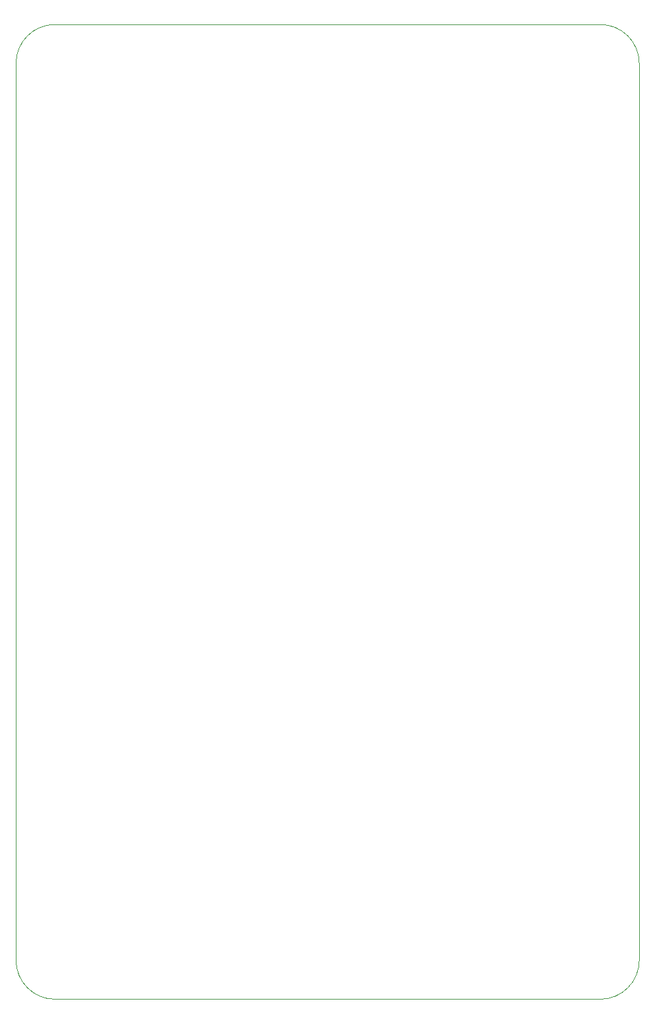
<source format=gm1>
G04 #@! TF.GenerationSoftware,KiCad,Pcbnew,8.0.3*
G04 #@! TF.CreationDate,2024-06-08T17:14:39+02:00*
G04 #@! TF.ProjectId,chip8-pcb,63686970-382d-4706-9362-2e6b69636164,1*
G04 #@! TF.SameCoordinates,Original*
G04 #@! TF.FileFunction,Profile,NP*
%FSLAX46Y46*%
G04 Gerber Fmt 4.6, Leading zero omitted, Abs format (unit mm)*
G04 Created by KiCad (PCBNEW 8.0.3) date 2024-06-08 17:14:39*
%MOMM*%
%LPD*%
G01*
G04 APERTURE LIST*
G04 #@! TA.AperFunction,Profile*
%ADD10C,0.100000*%
G04 #@! TD*
G04 APERTURE END LIST*
D10*
X120000000Y-165000000D02*
G75*
G02*
X115000000Y-170000000I-5000000J0D01*
G01*
X40000000Y-50000000D02*
G75*
G02*
X45000000Y-45000000I5000000J0D01*
G01*
X45000000Y-170000000D02*
G75*
G02*
X40000000Y-165000000I0J5000000D01*
G01*
X45000000Y-170000000D02*
X115000000Y-170000000D01*
X45000000Y-45000000D02*
X115000000Y-45000000D01*
X120000000Y-50000000D02*
X120000000Y-165000000D01*
X115000000Y-45000000D02*
G75*
G02*
X120000000Y-50000000I0J-5000000D01*
G01*
X40000000Y-165000000D02*
X40000000Y-50000000D01*
M02*

</source>
